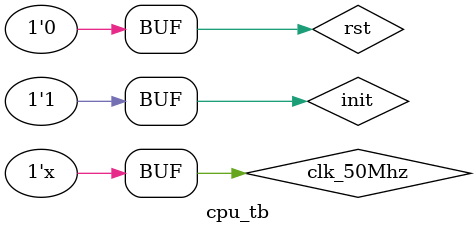
<source format=sv>
module cpu_tb;

    // Define inputs
    logic clk_50Mhz;
    logic rst;
    logic init;

    // Define outputs
    logic h_sync;
    logic v_sync;
    logic vga_clk;
    logic [7:0] red;
    logic [7:0] green;
    logic [7:0] blue;

    // Instantiate the DUT (Design Under Test)
    cpu dut (
        .clk_50Mhz(clk_50Mhz),
        .rst(rst),
        .init(init),
        .h_sync(h_sync),
        .v_sync(v_sync),
        .vga_clk(vga_clk),
        .red(red),
        .green(green),
        .blue(blue)
    );

    // Add clock generation
    always begin
        #5 clk_50Mhz = ~clk_50Mhz;
    end

    // Add initial values for inputs
    initial begin
        rst = 0;
		  #5
		  rst = 1;
		  #5
		  rst = 0;
		  clk_50Mhz = 0;
        init = 0;
        #1000; // Run the simulation for some time
		  init = 1;
    end

endmodule


</source>
